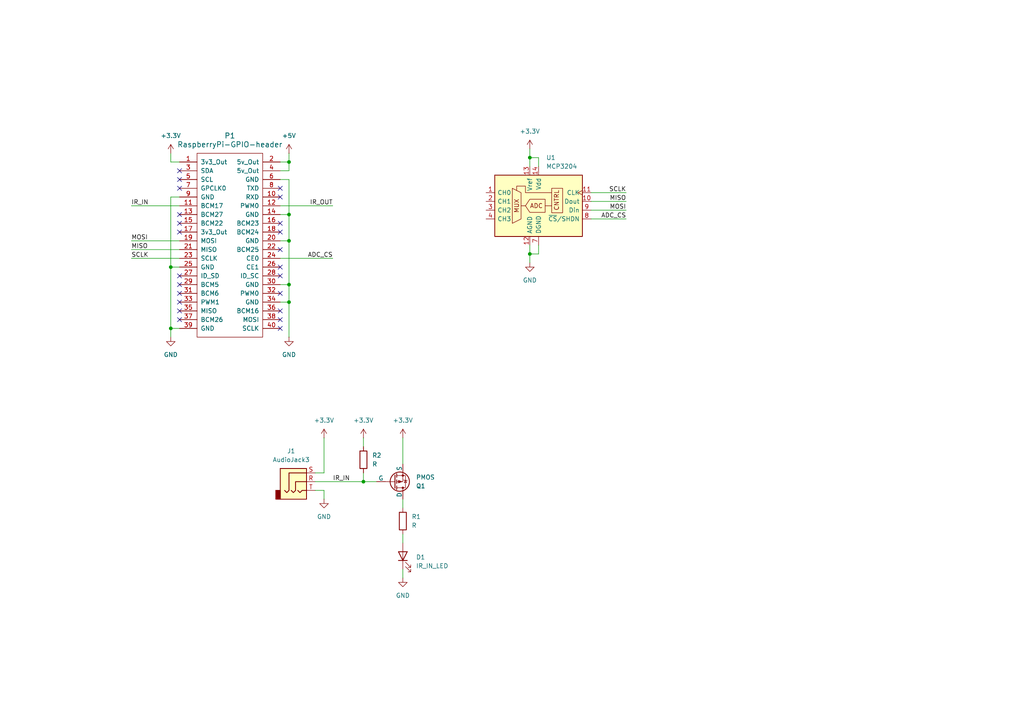
<source format=kicad_sch>
(kicad_sch (version 20231120) (generator "eeschema") (generator_version "8.0")
  (paper "A4")
  (lib_symbols
    (symbol "Analog_ADC:MCP3204" (pin_names (offset 0.762))
      (property "Reference" "U" (at -5.08 10.795 0))
      (property "Value" "MCP3204" (at -5.08 8.89 0))
      (symbol "MCP3204_0_0"
        (text "ADC" (at -0.635 -1.27 0) (effects (font (size 1.27 1.27))))
        (text "CNTRL" (at 5.969 -2.667 900) (effects (font (size 1.27 1.27)) (justify left bottom)))
        (text "MUX" (at -6.35 -1.27 900) (effects (font (size 1.27 1.27))))
      )
      (symbol "MCP3204_0_1"
        (polyline (pts (xy -5.08 -1.27) (xy -3.81 -1.27)))
        (polyline (pts (xy 1.905 -1.27) (xy 3.81 -1.27)))
        (polyline (pts (xy -7.62 3.81) (xy -7.62 -6.35) (xy -5.08 -5.08) (xy -5.08 2.54) (xy -7.62 3.81)))
        (polyline (pts (xy 3.81 2.54) (xy -3.81 2.54) (xy -3.81 4.445) (xy -6.35 4.445) (xy -6.35 3.175)))
        (polyline (pts (xy -3.81 -1.27) (xy -2.54 0.635) (xy 1.905 0.635) (xy 1.905 -3.175) (xy -2.54 -3.175) (xy -3.81 -1.27)))
        (rectangle (start 3.81 -3.302) (end 6.985 3.81))
        (rectangle (start 12.7 7.62) (end -12.7 -10.16) (stroke (width 0.254)) (fill (type background)))
      )
      (symbol "MCP3204_1_1"
        (pin input line (at -15.24 2.54 0) (length 2.54) (name "CH0") (number "1"))
        (pin output line (at 15.24 0 180) (length 2.54) (name "Dout") (number "10"))
        (pin input clock (at 15.24 2.54 180) (length 2.54) (name "CLK") (number "11"))
        (pin power_in line (at -2.54 -12.7 90) (length 2.54) (name "AGND") (number "12"))
        (pin power_in line (at -2.54 10.16 270) (length 2.54) (name "Vref") (number "13"))
        (pin power_in line (at 0 10.16 270) (length 2.54) (name "Vdd") (number "14"))
        (pin input line (at -15.24 0 0) (length 2.54) (name "CH1") (number "2"))
        (pin input line (at -15.24 -2.54 0) (length 2.54) (name "CH2") (number "3"))
        (pin input line (at -15.24 -5.08 0) (length 2.54) (name "CH3") (number "4"))
        (pin no_connect line (at -10.16 -10.16 90) (length 2.54) hide (name "NC") (number "5"))
        (pin no_connect line (at -7.62 -10.16 90) (length 2.54) hide (name "NC") (number "6"))
        (pin power_in line (at 0 -12.7 90) (length 2.54) (name "DGND") (number "7"))
        (pin input line (at 15.24 -5.08 180) (length 2.54) (name "~{CS}/SHDN") (number "8"))
        (pin input line (at 15.24 -2.54 180) (length 2.54) (name "Din") (number "9"))
      )
    )
    (symbol "Connector_Audio:AudioJack3"
      (property "Reference" "J" (at 0 8.89 0))
      (property "Value" "AudioJack3" (at 0 6.35 0))
      (symbol "AudioJack3_0_1"
        (rectangle (start -5.08 -5.08) (end -6.35 -2.54) (stroke (width 0.254)) (fill (type outline)))
        (polyline (pts (xy 0 -2.54) (xy 0.635 -3.175) (xy 1.27 -2.54) (xy 2.54 -2.54)) (stroke (width 0.254)))
        (polyline (pts (xy -1.905 -2.54) (xy -1.27 -3.175) (xy -0.635 -2.54) (xy -0.635 0) (xy 2.54 0)) (stroke (width 0.254)))
        (polyline (pts (xy 2.54 2.54) (xy -2.54 2.54) (xy -2.54 -2.54) (xy -3.175 -3.175) (xy -3.81 -2.54)) (stroke (width 0.254)))
        (rectangle (start 2.54 3.81) (end -5.08 -5.08) (stroke (width 0.254)) (fill (type background)))
      )
      (symbol "AudioJack3_1_1"
        (pin passive line (at 5.08 0 180) (length 2.54) (name "~") (number "R"))
        (pin passive line (at 5.08 2.54 180) (length 2.54) (name "~") (number "S"))
        (pin passive line (at 5.08 -2.54 180) (length 2.54) (name "~") (number "T"))
      )
    )
    (symbol "Device:LED" (pin_numbers hide) (pin_names (offset 1.016) hide)
      (property "Reference" "D" (at 0 2.54 0))
      (property "Value" "LED" (at 0 -2.54 0))
      (symbol "LED_0_1"
        (polyline (pts (xy -1.27 -1.27) (xy -1.27 1.27)) (stroke (width 0.254)))
        (polyline (pts (xy -1.27 0) (xy 1.27 0)))
        (polyline (pts (xy 1.27 -1.27) (xy 1.27 1.27) (xy -1.27 0) (xy 1.27 -1.27)) (stroke (width 0.254)))
        (polyline (pts (xy -3.048 -0.762) (xy -4.572 -2.286) (xy -3.81 -2.286) (xy -4.572 -2.286) (xy -4.572 -1.524)))
        (polyline (pts (xy -1.778 -0.762) (xy -3.302 -2.286) (xy -2.54 -2.286) (xy -3.302 -2.286) (xy -3.302 -1.524)))
      )
      (symbol "LED_1_1"
        (pin passive line (at -3.81 0 0) (length 2.54) (name "K") (number "1"))
        (pin passive line (at 3.81 0 180) (length 2.54) (name "A") (number "2"))
      )
    )
    (symbol "Device:R" (pin_numbers hide) (pin_names (offset 0))
      (property "Reference" "R" (at 2.032 0 90))
      (property "Value" "R" (at 0 0 90))
      (symbol "R_0_1"
        (rectangle (start -1.016 -2.54) (end 1.016 2.54) (stroke (width 0.254)))
      )
      (symbol "R_1_1"
        (pin passive line (at 0 3.81 270) (length 1.27) (name "~") (number "1"))
        (pin passive line (at 0 -3.81 90) (length 1.27) (name "~") (number "2"))
      )
    )
    (symbol "Simulation_SPICE:PMOS" (pin_numbers hide) (pin_names (offset 0))
      (property "Reference" "Q" (at 5.08 1.27 0))
      (property "Value" "PMOS" (at 5.08 -1.27 0))
      (symbol "PMOS_0_1"
        (polyline (pts (xy 0.254 0) (xy -2.54 0)))
        (polyline (pts (xy 0.254 1.905) (xy 0.254 -1.905)) (stroke (width 0.254)))
        (polyline (pts (xy 0.762 -1.27) (xy 0.762 -2.286)) (stroke (width 0.254)))
        (polyline (pts (xy 0.762 0.508) (xy 0.762 -0.508)) (stroke (width 0.254)))
        (polyline (pts (xy 0.762 2.286) (xy 0.762 1.27)) (stroke (width 0.254)))
        (polyline (pts (xy 2.54 2.54) (xy 2.54 1.778)))
        (polyline (pts (xy 2.54 -2.54) (xy 2.54 0) (xy 0.762 0)))
        (polyline (pts (xy 0.762 1.778) (xy 3.302 1.778) (xy 3.302 -1.778) (xy 0.762 -1.778)))
        (polyline (pts (xy 2.286 0) (xy 1.27 0.381) (xy 1.27 -0.381) (xy 2.286 0)) (fill (type outline)))
        (polyline (pts (xy 2.794 -0.508) (xy 2.921 -0.381) (xy 3.683 -0.381) (xy 3.81 -0.254)))
        (polyline (pts (xy 3.302 -0.381) (xy 2.921 0.254) (xy 3.683 0.254) (xy 3.302 -0.381)))
        (circle (center 1.651 0) (radius 2.794) (stroke (width 0.254)))
        (circle (center 2.54 -1.778) (radius 0.254) (fill (type outline)))
        (circle (center 2.54 1.778) (radius 0.254) (fill (type outline)))
      )
      (symbol "PMOS_1_1"
        (pin passive line (at 2.54 5.08 270) (length 2.54) (name "D") (number "1"))
        (pin input line (at -5.08 0 0) (length 2.54) (name "G") (number "2"))
        (pin passive line (at 2.54 -5.08 90) (length 2.54) (name "S") (number "3"))
      )
    )
    (symbol "power:+3.3V" (power) (pin_numbers hide) (pin_names (offset 0) hide)
      (property "Value" "+3.3V" (at 0 3.556 0))
      (symbol "+3.3V_0_1"
        (polyline (pts (xy -0.762 1.27) (xy 0 2.54)))
        (polyline (pts (xy 0 0) (xy 0 2.54)))
        (polyline (pts (xy 0 2.54) (xy 0.762 1.27)))
      )
      (symbol "+3.3V_1_1"
        (pin power_in line (at 0 0 90) (length 0) (name "~") (number "1"))
      )
    )
    (symbol "power:+5V" (power) (pin_numbers hide) (pin_names (offset 0) hide)
      (property "Value" "+5V" (at 0 3.556 0))
      (symbol "+5V_0_1"
        (polyline (pts (xy -0.762 1.27) (xy 0 2.54)))
        (polyline (pts (xy 0 0) (xy 0 2.54)))
        (polyline (pts (xy 0 2.54) (xy 0.762 1.27)))
      )
      (symbol "+5V_1_1"
        (pin power_in line (at 0 0 90) (length 0) (name "~") (number "1"))
      )
    )
    (symbol "power:GND" (power) (pin_numbers hide) (pin_names (offset 0) hide)
      (property "Value" "GND" (at 0 -3.81 0))
      (symbol "GND_0_1"
        (polyline (pts (xy 0 0) (xy 0 -1.27) (xy 1.27 -1.27) (xy 0 -2.54) (xy -1.27 -1.27) (xy 0 -1.27)))
      )
      (symbol "GND_1_1"
        (pin power_in line (at 0 0 270) (length 0) (name "~") (number "1"))
      )
    )
    (symbol "raspberry-pi-hat:RaspberryPi-GPIO-header" (pin_names (offset 1.016))
      (property "Reference" "P" (at 3.81 -31.75 0))
      (property "Value" "RaspberryPi-GPIO-header" (at 1.27 26.67 0))
      (symbol "RaspberryPi-GPIO-header_0_1"
        (rectangle (start -10.16 24.13) (end 8.89 -29.21))
      )
      (symbol "RaspberryPi-GPIO-header_1_1"
        (pin power_out line (at -15.24 21.59 0) (length 5.08) (name "3v3_Out") (number "1"))
        (pin bidirectional line (at 13.97 11.43 180) (length 5.08) (name "RXD") (number "10"))
        (pin bidirectional line (at -15.24 8.89 0) (length 5.08) (name "BCM17") (number "11"))
        (pin bidirectional line (at 13.97 8.89 180) (length 5.08) (name "PWM0") (number "12"))
        (pin bidirectional line (at -15.24 6.35 0) (length 5.08) (name "BCM27") (number "13"))
        (pin power_in line (at 13.97 6.35 180) (length 5.08) (name "GND") (number "14"))
        (pin bidirectional line (at -15.24 3.81 0) (length 5.08) (name "BCM22") (number "15"))
        (pin bidirectional line (at 13.97 3.81 180) (length 5.08) (name "BCM23") (number "16"))
        (pin power_out line (at -15.24 1.27 0) (length 5.08) (name "3v3_Out") (number "17"))
        (pin bidirectional line (at 13.97 1.27 180) (length 5.08) (name "BCM24") (number "18"))
        (pin bidirectional line (at -15.24 -1.27 0) (length 5.08) (name "MOSI") (number "19"))
        (pin power_out line (at 13.97 21.59 180) (length 5.08) (name "5v_Out") (number "2"))
        (pin power_in line (at 13.97 -1.27 180) (length 5.08) (name "GND") (number "20"))
        (pin bidirectional line (at -15.24 -3.81 0) (length 5.08) (name "MISO") (number "21"))
        (pin bidirectional line (at 13.97 -3.81 180) (length 5.08) (name "BCM25") (number "22"))
        (pin bidirectional line (at -15.24 -6.35 0) (length 5.08) (name "SCLK") (number "23"))
        (pin bidirectional line (at 13.97 -6.35 180) (length 5.08) (name "CE0") (number "24"))
        (pin power_in line (at -15.24 -8.89 0) (length 5.08) (name "GND") (number "25"))
        (pin bidirectional line (at 13.97 -8.89 180) (length 5.08) (name "CE1") (number "26"))
        (pin bidirectional line (at -15.24 -11.43 0) (length 5.08) (name "ID_SD") (number "27"))
        (pin bidirectional line (at 13.97 -11.43 180) (length 5.08) (name "ID_SC") (number "28"))
        (pin bidirectional line (at -15.24 -13.97 0) (length 5.08) (name "BCM5") (number "29"))
        (pin bidirectional line (at -15.24 19.05 0) (length 5.08) (name "SDA") (number "3"))
        (pin power_in line (at 13.97 -13.97 180) (length 5.08) (name "GND") (number "30"))
        (pin bidirectional line (at -15.24 -16.51 0) (length 5.08) (name "BCM6") (number "31"))
        (pin bidirectional line (at 13.97 -16.51 180) (length 5.08) (name "PWM0") (number "32"))
        (pin bidirectional line (at -15.24 -19.05 0) (length 5.08) (name "PWM1") (number "33"))
        (pin power_in line (at 13.97 -19.05 180) (length 5.08) (name "GND") (number "34"))
        (pin bidirectional line (at -15.24 -21.59 0) (length 5.08) (name "MISO") (number "35"))
        (pin bidirectional line (at 13.97 -21.59 180) (length 5.08) (name "BCM16") (number "36"))
        (pin bidirectional line (at -15.24 -24.13 0) (length 5.08) (name "BCM26") (number "37"))
        (pin bidirectional line (at 13.97 -24.13 180) (length 5.08) (name "MOSI") (number "38"))
        (pin power_in line (at -15.24 -26.67 0) (length 5.08) (name "GND") (number "39"))
        (pin power_out line (at 13.97 19.05 180) (length 5.08) (name "5v_Out") (number "4"))
        (pin bidirectional line (at 13.97 -26.67 180) (length 5.08) (name "SCLK") (number "40"))
        (pin bidirectional line (at -15.24 16.51 0) (length 5.08) (name "SCL") (number "5"))
        (pin power_in line (at 13.97 16.51 180) (length 5.08) (name "GND") (number "6"))
        (pin bidirectional line (at -15.24 13.97 0) (length 5.08) (name "GPCLK0") (number "7"))
        (pin bidirectional line (at 13.97 13.97 180) (length 5.08) (name "TXD") (number "8"))
        (pin power_in line (at -15.24 11.43 0) (length 5.08) (name "GND") (number "9"))
      )
    )
  )
  (junction (at 83.82 46.99))
  (junction (at 83.82 87.63))
  (junction (at 83.82 62.23))
  (junction (at 105.41 139.7))
  (junction (at 153.67 45.72))
  (junction (at 49.53 77.47))
  (junction (at 153.67 73.66))
  (junction (at 83.82 82.55))
  (junction (at 83.82 69.85))
  (junction (at 49.53 95.25))
  (no_connect (at 52.07 90.17))
  (no_connect (at 52.07 54.61))
  (no_connect (at 52.07 87.63))
  (no_connect (at 52.07 82.55))
  (no_connect (at 52.07 85.09))
  (no_connect (at 52.07 80.01))
  (no_connect (at 81.28 80.01))
  (no_connect (at 81.28 92.71))
  (no_connect (at 52.07 92.71))
  (no_connect (at 52.07 49.53))
  (no_connect (at 81.28 64.77))
  (no_connect (at 52.07 67.31))
  (no_connect (at 81.28 72.39))
  (no_connect (at 52.07 64.77))
  (no_connect (at 81.28 90.17))
  (no_connect (at 81.28 77.47))
  (no_connect (at 81.28 85.09))
  (no_connect (at 81.28 57.15))
  (no_connect (at 81.28 67.31))
  (no_connect (at 52.07 62.23))
  (no_connect (at 81.28 95.25))
  (no_connect (at 81.28 54.61))
  (no_connect (at 52.07 52.07))
  (wire (pts (xy 156.21 73.66) (xy 153.67 73.66)))
  (wire (pts (xy 81.28 74.93) (xy 96.52 74.93)))
  (wire (pts (xy 49.53 77.47) (xy 49.53 95.25)))
  (wire (pts (xy 116.84 154.94) (xy 116.84 157.48)))
  (wire (pts (xy 93.98 142.24) (xy 93.98 144.78)))
  (wire (pts (xy 105.41 137.16) (xy 105.41 139.7)))
  (wire (pts (xy 105.41 139.7) (xy 109.22 139.7)))
  (wire (pts (xy 156.21 71.12) (xy 156.21 73.66)))
  (wire (pts (xy 38.1 72.39) (xy 52.07 72.39)))
  (wire (pts (xy 116.84 144.78) (xy 116.84 147.32)))
  (wire (pts (xy 81.28 87.63) (xy 83.82 87.63)))
  (wire (pts (xy 153.67 43.18) (xy 153.67 45.72)))
  (wire (pts (xy 171.45 63.5) (xy 181.61 63.5)))
  (wire (pts (xy 83.82 46.99) (xy 83.82 44.45)))
  (wire (pts (xy 49.53 95.25) (xy 49.53 97.79)))
  (wire (pts (xy 156.21 48.26) (xy 156.21 45.72)))
  (wire (pts (xy 91.44 139.7) (xy 105.41 139.7)))
  (wire (pts (xy 105.41 127) (xy 105.41 129.54)))
  (wire (pts (xy 153.67 73.66) (xy 153.67 76.2)))
  (wire (pts (xy 83.82 52.07) (xy 83.82 62.23)))
  (wire (pts (xy 156.21 45.72) (xy 153.67 45.72)))
  (wire (pts (xy 52.07 95.25) (xy 49.53 95.25)))
  (wire (pts (xy 91.44 142.24) (xy 93.98 142.24)))
  (wire (pts (xy 83.82 87.63) (xy 83.82 97.79)))
  (wire (pts (xy 52.07 77.47) (xy 49.53 77.47)))
  (wire (pts (xy 38.1 74.93) (xy 52.07 74.93)))
  (wire (pts (xy 52.07 57.15) (xy 49.53 57.15)))
  (wire (pts (xy 83.82 69.85) (xy 83.82 82.55)))
  (wire (pts (xy 81.28 69.85) (xy 83.82 69.85)))
  (wire (pts (xy 83.82 82.55) (xy 83.82 87.63)))
  (wire (pts (xy 153.67 71.12) (xy 153.67 73.66)))
  (wire (pts (xy 49.53 57.15) (xy 49.53 77.47)))
  (wire (pts (xy 52.07 46.99) (xy 49.53 46.99)))
  (wire (pts (xy 171.45 55.88) (xy 181.61 55.88)))
  (wire (pts (xy 91.44 137.16) (xy 93.98 137.16)))
  (wire (pts (xy 38.1 59.69) (xy 52.07 59.69)))
  (wire (pts (xy 83.82 62.23) (xy 83.82 69.85)))
  (wire (pts (xy 153.67 45.72) (xy 153.67 48.26)))
  (wire (pts (xy 83.82 49.53) (xy 83.82 46.99)))
  (wire (pts (xy 171.45 60.96) (xy 181.61 60.96)))
  (wire (pts (xy 49.53 46.99) (xy 49.53 44.45)))
  (wire (pts (xy 81.28 62.23) (xy 83.82 62.23)))
  (wire (pts (xy 38.1 69.85) (xy 52.07 69.85)))
  (wire (pts (xy 81.28 46.99) (xy 83.82 46.99)))
  (wire (pts (xy 81.28 59.69) (xy 96.52 59.69)))
  (wire (pts (xy 81.28 49.53) (xy 83.82 49.53)))
  (wire (pts (xy 116.84 165.1) (xy 116.84 167.64)))
  (wire (pts (xy 116.84 127) (xy 116.84 134.62)))
  (wire (pts (xy 81.28 52.07) (xy 83.82 52.07)))
  (wire (pts (xy 81.28 82.55) (xy 83.82 82.55)))
  (wire (pts (xy 171.45 58.42) (xy 181.61 58.42)))
  (wire (pts (xy 93.98 137.16) (xy 93.98 127)))
  (label "IR_IN" (at 38.1 59.69 0))
  (label "MOSI" (at 38.1 69.85 0))
  (label "MOSI" (at 181.61 60.96 180))
  (label "SCLK" (at 38.1 74.93 0))
  (label "IR_IN" (at 96.52 139.7 0))
  (label "ADC_CS" (at 96.52 74.93 180))
  (label "MISO" (at 38.1 72.39 0))
  (label "ADC_CS" (at 181.61 63.5 180))
  (label "IR_OUT" (at 96.52 59.69 180))
  (label "MISO" (at 181.61 58.42 180))
  (label "SCLK" (at 181.61 55.88 180))
  (symbol (lib_id "raspberry-pi-hat:RaspberryPi-GPIO-header") (at 67.31 68.58 0) (unit 1)
    (property "Reference" "P1" (at 66.675 39.37 0) (effects (font (size 1.524 1.524))))
    (property "Value" "RaspberryPi-GPIO-header" (at 66.675 41.91 0) (effects (font (size 1.524 1.524))))
    (property "Footprint" "Pin_Headers:Pin_Header_Straight_2x20" (effects (hide yes)))
    (property "Datasheet" "http://pinout.xyz/pinout/pijack" (effects (hide yes)))
    (property "Description" "0.00@0" (effects (hide yes)))
    (property "Package ID" "2x20 pin header" (effects (hide yes)))
    (property "Manufacturer" "Raspberry Pi" (effects (hide yes)))
    (property "Description_1" "Raspberry Pi GPIO headers" (effects (hide yes)))
  )
  (symbol (lib_id "Device:LED") (at 116.84 161.29 90) (unit 1)
    (property "Reference" "D1" (at 120.65 161.6074 90) (effects (justify right)))
    (property "Value" "IR_IN_LED" (at 120.65 164.1474 90) (effects (justify right)))
    (property "Description" "Light emitting diode" (effects (hide yes)))
  )
  (symbol (lib_id "Device:R") (at 116.84 151.13 0) (unit 1)
    (property "Reference" "R1" (at 119.38 149.8599 0) (effects (justify left)))
    (property "Value" "R" (at 119.38 152.3999 0) (effects (justify left)))
    (property "Description" "Resistor" (effects (hide yes)))
  )
  (symbol (lib_id "Device:R") (at 105.41 133.35 0) (unit 1)
    (property "Reference" "R2" (at 107.95 132.0799 0) (effects (justify left)))
    (property "Value" "R" (at 107.95 134.6199 0) (effects (justify left)))
    (property "Description" "Resistor" (effects (hide yes)))
  )
  (symbol (lib_id "power:+3.3V") (at 153.67 43.18 0) (unit 1)
    (property "Reference" "#PWR06" (effects (hide yes)))
    (property "Value" "+3.3V" (at 153.67 38.1 0))
    (property "Description" "Power symbol creates a global label with name \"+3.3V\"" (effects (hide yes)))
  )
  (symbol (lib_id "Connector_Audio:AudioJack3") (at 86.36 139.7 0) (unit 1)
    (property "Reference" "J1" (at 84.455 130.81 0))
    (property "Value" "AudioJack3" (at 84.455 133.35 0))
    (property "Description" "Audio Jack, 3 Poles (Stereo / TRS)" (effects (hide yes)))
  )
  (symbol (lib_id "power:+5V") (at 83.82 44.45 0) (unit 1)
    (property "Reference" "#PWR03" (effects (hide yes)))
    (property "Value" "+5V" (at 83.82 39.37 0))
    (property "Description" "Power symbol creates a global label with name \"+5V\"" (effects (hide yes)))
  )
  (symbol (lib_id "power:GND") (at 93.98 144.78 0) (unit 1)
    (property "Reference" "#PWR010" (effects (hide yes)))
    (property "Value" "GND" (at 93.98 149.86 0))
    (property "Description" "Power symbol creates a global label with name \"GND\" , ground" (effects (hide yes)))
  )
  (symbol (lib_id "Simulation_SPICE:PMOS") (at 114.3 139.7 0) (mirror x) (unit 1)
    (property "Reference" "Q1" (at 120.65 140.9701 0) (effects (justify left)))
    (property "Value" "PMOS" (at 120.65 138.4301 0) (effects (justify left)))
    (property "Datasheet" "https://ngspice.sourceforge.io/docs/ngspice-html-manual/manual.xhtml#cha_MOSFETs" (effects (hide yes)))
    (property "Description" "P-MOSFET transistor, drain/source/gate" (effects (hide yes)))
    (property "Sim.Device" "PMOS" (effects (hide yes)))
    (property "Sim.Type" "VDMOS" (effects (hide yes)))
    (property "Sim.Pins" "1=D 2=G 3=S" (effects (hide yes)))
  )
  (symbol (lib_id "power:+3.3V") (at 105.41 127 0) (unit 1)
    (property "Reference" "#PWR011" (effects (hide yes)))
    (property "Value" "+3.3V" (at 105.41 121.92 0))
    (property "Description" "Power symbol creates a global label with name \"+3.3V\"" (effects (hide yes)))
  )
  (symbol (lib_id "power:+3.3V") (at 49.53 44.45 0) (unit 1)
    (property "Reference" "#PWR04" (effects (hide yes)))
    (property "Value" "+3.3V" (at 49.53 39.37 0))
    (property "Description" "Power symbol creates a global label with name \"+3.3V\"" (effects (hide yes)))
  )
  (symbol (lib_id "power:+3.3V") (at 116.84 127 0) (unit 1)
    (property "Reference" "#PWR08" (effects (hide yes)))
    (property "Value" "+3.3V" (at 116.84 121.92 0))
    (property "Description" "Power symbol creates a global label with name \"+3.3V\"" (effects (hide yes)))
  )
  (symbol (lib_id "power:+3.3V") (at 93.98 127 0) (unit 1)
    (property "Reference" "#PWR09" (effects (hide yes)))
    (property "Value" "+3.3V" (at 93.98 121.92 0))
    (property "Description" "Power symbol creates a global label with name \"+3.3V\"" (effects (hide yes)))
  )
  (symbol (lib_id "power:GND") (at 83.82 97.79 0) (unit 1)
    (property "Reference" "#PWR01" (effects (hide yes)))
    (property "Value" "GND" (at 83.82 102.87 0))
    (property "Description" "Power symbol creates a global label with name \"GND\" , ground" (effects (hide yes)))
  )
  (symbol (lib_id "Analog_ADC:MCP3204") (at 156.21 58.42 0) (unit 1)
    (property "Reference" "U1" (at 158.4041 45.72 0) (effects (justify left)))
    (property "Value" "MCP3204" (at 158.4041 48.26 0) (effects (justify left)))
    (property "Datasheet" "http://ww1.microchip.com/downloads/en/DeviceDoc/21298c.pdf" (effects (hide yes)))
    (property "Description" "A/D Converter, 12-Bit, 4-Channel, SPI Interface, 2.7V-5.5V" (effects (hide yes)))
  )
  (symbol (lib_id "power:GND") (at 116.84 167.64 0) (unit 1)
    (property "Reference" "#PWR07" (effects (hide yes)))
    (property "Value" "GND" (at 116.84 172.72 0))
    (property "Description" "Power symbol creates a global label with name \"GND\" , ground" (effects (hide yes)))
  )
  (symbol (lib_id "power:GND") (at 153.67 76.2 0) (unit 1)
    (property "Reference" "#PWR05" (effects (hide yes)))
    (property "Value" "GND" (at 153.67 81.28 0))
    (property "Description" "Power symbol creates a global label with name \"GND\" , ground" (effects (hide yes)))
  )
  (symbol (lib_id "power:GND") (at 49.53 97.79 0) (unit 1)
    (property "Reference" "#PWR02" (effects (hide yes)))
    (property "Value" "GND" (at 49.53 102.87 0))
    (property "Description" "Power symbol creates a global label with name \"GND\" , ground" (effects (hide yes)))
  )
)
</source>
